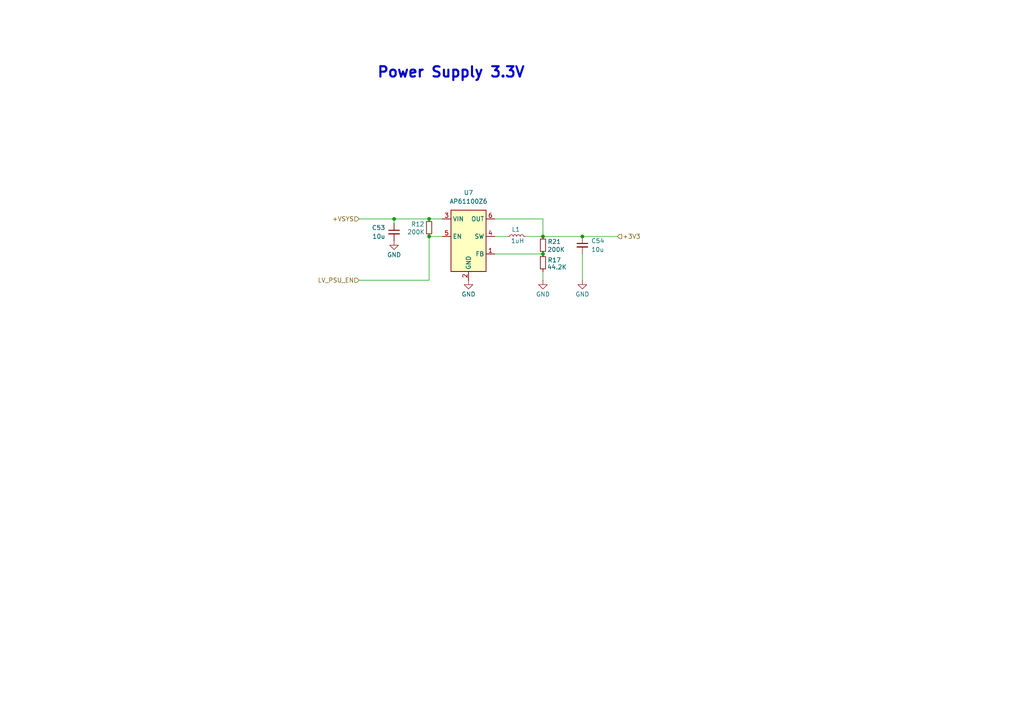
<source format=kicad_sch>
(kicad_sch (version 20250114) (generator "eeschema") (generator_version "9.0")
  (paper "A4")
  (lib_symbols
    (symbol "Device:C_Small" (pin_numbers (hide yes)) (pin_names (offset 0.254) (hide yes))
      (property "Reference" "C" (at 0.254 1.778 0))
      (property "Value" "C_Small" (at 0.254 -2.032 0))
      (symbol "C_Small_0_1"
        (polyline (pts (xy -1.524 0.508) (xy 1.524 0.508)) (stroke (width 0.3048)))
        (polyline (pts (xy -1.524 -0.508) (xy 1.524 -0.508)) (stroke (width 0.3302)))
      )
      (symbol "C_Small_1_1"
        (pin passive line (at 0 2.54 270) (length 2.032) (name "~") (number "1"))
        (pin passive line (at 0 -2.54 90) (length 2.032) (name "~") (number "2"))
      )
    )
    (symbol "Device:L_Small" (pin_numbers (hide yes)) (pin_names (offset 0.254) (hide yes))
      (property "Reference" "L" (at 0.762 1.016 0))
      (property "Value" "L_Small" (at 0.762 -1.016 0))
      (symbol "L_Small_0_1"
        (arc (start 0 2.032) (mid 0.5058 1.524) (end 0 1.016))
        (arc (start 0 1.016) (mid 0.5058 0.508) (end 0 0))
        (arc (start 0 0) (mid 0.5058 -0.508) (end 0 -1.016))
        (arc (start 0 -1.016) (mid 0.5058 -1.524) (end 0 -2.032))
      )
      (symbol "L_Small_1_1"
        (pin passive line (at 0 2.54 270) (length 0.508) (name "~") (number "1"))
        (pin passive line (at 0 -2.54 90) (length 0.508) (name "~") (number "2"))
      )
    )
    (symbol "Device:R_Small" (pin_numbers (hide yes)) (pin_names (offset 0.254) (hide yes))
      (property "Reference" "R" (at 0 0 90))
      (property "Value" "R_Small" (at 1.778 0 90))
      (symbol "R_Small_0_1"
        (rectangle (start -0.762 1.778) (end 0.762 -1.778) (stroke (width 0.2032)))
      )
      (symbol "R_Small_1_1"
        (pin passive line (at 0 2.54 270) (length 0.762) (name "~") (number "1"))
        (pin passive line (at 0 -2.54 90) (length 0.762) (name "~") (number "2"))
      )
    )
    (symbol "My Libraries:AP61100Z6"
      (property "Reference" "U" (at 2.794 12.7 0))
      (property "Value" "AP61100Z6" (at -5.08 12.954 0))
      (symbol "AP61100Z6_1_1"
        (rectangle (start -5.08 10.16) (end 5.08 -7.62) (stroke (width 0.254)) (fill (type color) (color 255 255 194 1)))
        (pin power_in line (at -7.62 7.62 0) (length 2.54) (name "VIN") (number "3"))
        (pin input line (at -7.62 2.54 0) (length 2.54) (name "EN") (number "5"))
        (pin power_in line (at 0 -10.16 90) (length 2.54) (name "GND") (number "2"))
        (pin passive line (at 7.62 7.62 180) (length 2.54) (name "OUT") (number "6"))
        (pin passive line (at 7.62 2.54 180) (length 2.54) (name "SW") (number "4"))
        (pin input line (at 7.62 -2.54 180) (length 2.54) (name "FB") (number "1"))
      )
    )
    (symbol "power:GND" (power) (pin_numbers (hide yes)) (pin_names (offset 0) (hide yes))
      (property "Value" "GND" (at 0 -3.81 0))
      (symbol "GND_0_1"
        (polyline (pts (xy 0 0) (xy 0 -1.27) (xy 1.27 -1.27) (xy 0 -2.54) (xy -1.27 -1.27) (xy 0 -1.27)))
      )
      (symbol "GND_1_1"
        (pin power_in line (at 0 0 270) (length 0) (name "~") (number "1"))
      )
    )
  )
  (text "Power Supply 3.3V" (at 109.22 22.86 0) (effects (font (size 3 3) (thickness 0.6) (bold yes)) (justify left bottom)))
  (junction (at 157.48 68.58))
  (junction (at 124.46 63.5))
  (junction (at 114.3 63.5))
  (junction (at 124.46 68.58))
  (junction (at 157.48 73.66))
  (junction (at 168.91 68.58))
  (wire (pts (xy 114.3 63.5) (xy 124.46 63.5)))
  (wire (pts (xy 157.48 78.74) (xy 157.48 81.28)))
  (wire (pts (xy 114.3 63.5) (xy 114.3 64.77)))
  (wire (pts (xy 104.14 81.28) (xy 124.46 81.28)))
  (wire (pts (xy 157.48 63.5) (xy 157.48 68.58)))
  (wire (pts (xy 143.51 73.66) (xy 157.48 73.66)))
  (wire (pts (xy 128.27 68.58) (xy 124.46 68.58)))
  (wire (pts (xy 168.91 68.58) (xy 179.07 68.58)))
  (wire (pts (xy 104.14 63.5) (xy 114.3 63.5)))
  (wire (pts (xy 124.46 63.5) (xy 128.27 63.5)))
  (wire (pts (xy 124.46 68.58) (xy 124.46 81.28)))
  (wire (pts (xy 143.51 63.5) (xy 157.48 63.5)))
  (wire (pts (xy 143.51 68.58) (xy 147.32 68.58)))
  (wire (pts (xy 152.4 68.58) (xy 157.48 68.58)))
  (wire (pts (xy 168.91 81.28) (xy 168.91 73.66)))
  (wire (pts (xy 157.48 68.58) (xy 168.91 68.58)))
  (hierarchical_label "+VSYS" (shape input) (at 104.14 63.5 180))
  (hierarchical_label "LV_PSU_EN" (shape input) (at 104.14 81.28 180))
  (hierarchical_label "+3V3" (shape input) (at 179.07 68.58 0))
  (symbol (lib_id "Device:C_Small") (at 114.3 67.31 0) (mirror y) (unit 1)
    (property "Reference" "C30" (at 111.76 66.0462 0) (effects (justify left)))
    (property "Value" "10u" (at 111.76 68.5862 0) (effects (justify left)))
    (property "Footprint" "Capacitor_SMD:C_0805_2012Metric" (effects (hide yes)))
    (property "Description" "Unpolarized capacitor, small symbol" (effects (hide yes)))
    (instances (project "BK4000TG_V3" (path "" (reference "C53") (unit 1))) (project "BK4000TG_V3" (path "" (reference "C30") (unit 1))))
  )
  (symbol (lib_id "power:GND") (at 157.48 81.28 0) (unit 1)
    (property "Reference" "#PWR066" (effects (hide yes)))
    (property "Value" "GND" (at 157.48 85.344 0))
    (property "Description" "Power symbol creates a global label with name \"GND\" , ground" (effects (hide yes)))
    (instances (project "BK4000TG_V3" (path "" (reference "#PWR054") (unit 1))) (project "BK4000TG_V3" (path "" (reference "#PWR066") (unit 1))))
  )
  (symbol (lib_id "My Libraries:AP61100Z6") (at 135.89 71.12 0) (unit 1)
    (property "Reference" "U9" (at 135.89 55.88 0))
    (property "Value" "AP61100Z6" (at 135.89 58.42 0))
    (property "Footprint" "Package_TO_SOT_SMD:SOT-563" (effects (hide yes)))
    (property "Datasheet" "https://www.diodes.com/assets/Datasheets/AP61100-AP61102.pdf" (effects (hide yes)))
    (property "Description" "AP61100Z6 2.3V TO 5.5V INPUT, 1A LOW IQ SYNCHRONOUS BUCK CONVERTER" (effects (hide yes)))
    (instances (project "" (path "" (reference "U7") (unit 1))) (project "" (path "" (reference "U9") (unit 1))))
  )
  (symbol (lib_id "Device:R_Small") (at 157.48 76.2 0) (mirror x) (unit 1)
    (property "Reference" "R14" (at 160.782 75.438 0))
    (property "Value" "44.2K" (at 161.544 77.47 0))
    (property "Footprint" "Resistor_SMD:R_0402_1005Metric" (effects (hide yes)))
    (property "Description" "Resistor, small symbol" (effects (hide yes)))
    (instances (project "BK4000TG_V3" (path "" (reference "R17") (unit 1))) (project "BK4000TG_V3" (path "" (reference "R14") (unit 1))))
  )
  (symbol (lib_id "Device:C_Small") (at 168.91 71.12 0) (unit 1)
    (property "Reference" "C31" (at 171.45 69.8562 0) (effects (justify left)))
    (property "Value" "10u" (at 171.45 72.3962 0) (effects (justify left)))
    (property "Footprint" "Capacitor_SMD:C_0805_2012Metric" (effects (hide yes)))
    (property "Description" "Unpolarized capacitor, small symbol" (effects (hide yes)))
    (instances (project "BK4000TG_V3" (path "" (reference "C54") (unit 1))) (project "BK4000TG_V3" (path "" (reference "C31") (unit 1))))
  )
  (symbol (lib_id "Device:L_Small") (at 149.86 68.58 90) (unit 1)
    (property "Reference" "L3" (at 149.606 66.548 90))
    (property "Value" "1uH" (at 150.114 69.85 90))
    (property "Footprint" "My Footprints:L_0806_2016Metric_TAIYO_YUDEN_SMD" (effects (hide yes)))
    (property "Description" "Inductor, small symbol" (effects (hide yes)))
    (property "PartNo" "MAKK2016T1R0M" (effects (hide yes)))
    (instances (project "" (path "" (reference "L1") (unit 1))) (project "" (path "" (reference "L3") (unit 1))))
  )
  (symbol (lib_id "power:GND") (at 135.89 81.28 0) (unit 1)
    (property "Reference" "#PWR065" (effects (hide yes)))
    (property "Value" "GND" (at 135.89 85.344 0))
    (property "Description" "Power symbol creates a global label with name \"GND\" , ground" (effects (hide yes)))
    (instances (project "" (path "" (reference "#PWR051") (unit 1))) (project "" (path "" (reference "#PWR065") (unit 1))))
  )
  (symbol (lib_id "Device:R_Small") (at 124.46 66.04 180) (unit 1)
    (property "Reference" "R12" (at 121.158 65.024 0))
    (property "Value" "200K" (at 120.65 67.31 0))
    (property "Footprint" "Resistor_SMD:R_0402_1005Metric" (effects (hide yes)))
    (property "Description" "Resistor, small symbol" (effects (hide yes)))
  )
  (symbol (lib_id "Device:R_Small") (at 157.48 71.12 0) (mirror x) (unit 1)
    (property "Reference" "R13" (at 160.782 70.104 0))
    (property "Value" "200K" (at 161.29 72.39 0))
    (property "Footprint" "Resistor_SMD:R_0402_1005Metric" (effects (hide yes)))
    (property "Description" "Resistor, small symbol" (effects (hide yes)))
    (instances (project "BK4000TG_V3" (path "" (reference "R21") (unit 1))) (project "BK4000TG_V3" (path "" (reference "R13") (unit 1))))
  )
  (symbol (lib_id "power:GND") (at 168.91 81.28 0) (unit 1)
    (property "Reference" "#PWR067" (effects (hide yes)))
    (property "Value" "GND" (at 168.91 85.344 0))
    (property "Description" "Power symbol creates a global label with name \"GND\" , ground" (effects (hide yes)))
    (instances (project "BK4000TG_V3" (path "" (reference "#PWR055") (unit 1))) (project "BK4000TG_V3" (path "" (reference "#PWR067") (unit 1))))
  )
  (symbol (lib_id "power:GND") (at 114.3 69.85 0) (unit 1)
    (property "Reference" "#PWR064" (effects (hide yes)))
    (property "Value" "GND" (at 114.3 73.914 0))
    (property "Description" "Power symbol creates a global label with name \"GND\" , ground" (effects (hide yes)))
    (instances (project "BK4000TG_V3" (path "" (reference "#PWR067") (unit 1))) (project "BK4000TG_V3" (path "" (reference "#PWR064") (unit 1))))
  )
)
</source>
